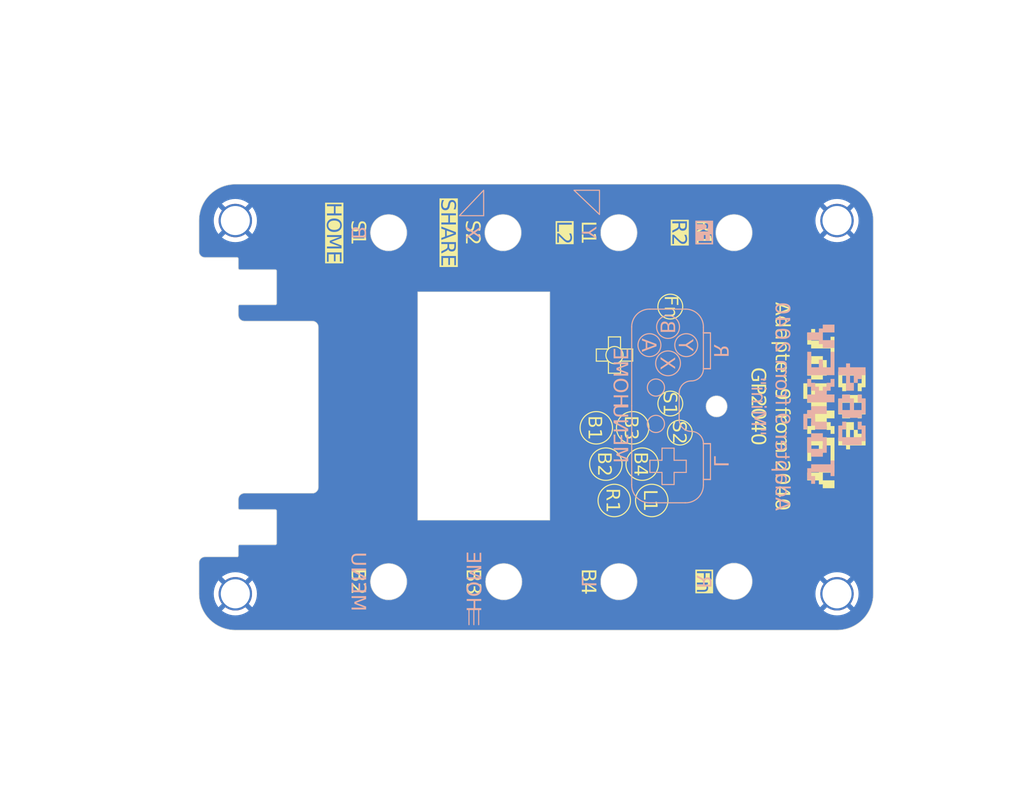
<source format=kicad_pcb>
(kicad_pcb (version 20240108) (generator "pcbnew") (generator_version "8.0")
  (layers (0 "F.Cu" signal) (31 "B.Cu" signal) (34 "B.Paste" user) (35 "F.Paste" user) (36 "B.SilkS" user "B.Silkscreen") (37 "F.SilkS" user "F.Silkscreen") (38 "B.Mask" user) (39 "F.Mask" user) (44 "Edge.Cuts" user))
  (net 0 "")
  (net 1 "GND")
  (footprint "mounting:M3_pin" (layer "F.Cu") (at 163.0925 98.679 -90)
    (property "Reference" "M1" (hide yes))
    (property "Value" "Mounting" (hide yes))
    (pad "1" thru_hole circle (at 0 0 270) (size 3.5 3.5) (drill 3.048) (layers "*.Cu" "*.Mask") (net 1 "GND"))
  )
  (footprint "mounting:M3_pin" (layer "F.Cu") (at 163.0925 137.795 -90)
    (property "Reference" "M2" (hide yes))
    (property "Value" "Mounting" (hide yes))
    (pad "1" thru_hole circle (at 0 0 270) (size 3.5 3.5) (drill 3.048) (layers "*.Cu" "*.Mask") (net 1 "GND"))
  )
  (footprint "mounting:M3_pin" (layer "F.Cu") (at 226.148 137.795 -90)
    (property "Reference" "M3" (hide yes))
    (property "Value" "Mounting" (hide yes))
    (pad "1" thru_hole circle (at 0 0 270) (size 3.5 3.5) (drill 3.048) (layers "*.Cu" "*.Mask") (net 1 "GND"))
  )
  (footprint "mounting:M3_pin" (layer "F.Cu") (at 226.148 98.679 -90)
    (property "Reference" "M4" (hide yes))
    (property "Value" "Mounting" (hide yes))
    (pad "1" thru_hole circle (at 0 0 270) (size 3.5 3.5) (drill 3.048) (layers "*.Cu" "*.Mask") (net 1 "GND"))
  )
  (footprint "logo:c64_joykey" (layer "F.Cu") (at 226.06 118.1565 -90)
    (property "Reference" "G***" (hide yes))
    (property "Value" "LOGO" (hide yes))
    (fp_poly (pts (xy 5.72072 0.584785) (xy 4.093493 0.584785) (xy 4.093493 1.398399) (xy 4.907107 1.398399) (xy 4.907107 1.805206) (xy 4.093493 1.805206) (xy 4.093493 2.618819) (xy 5.72072 2.618819) (xy 5.72072 3.025626) (xy 3.27988 3.025626) (xy 3.27988 0.177978) (xy 5.72072 0.177978) (xy 5.72072 0.584785)) (stroke (width 0.01)) (fill solid) (layer "F.SilkS"))
    (fp_poly (pts (xy 6.941141 1.398399) (xy 7.754754 1.398399) (xy 7.754754 0.177978) (xy 8.568368 0.177978) (xy 8.568368 1.398399) (xy 8.161561 1.398399) (xy 8.161561 1.805206) (xy 7.754754 1.805206) (xy 7.754754 3.025626) (xy 6.941141 3.025626) (xy 6.941141 1.805206) (xy 6.534334 1.805206) (xy 6.534334 1.398399) (xy 6.127527 1.398399) (xy 6.127527 0.177978) (xy 6.941141 0.177978) (xy 6.941141 1.398399)) (stroke (width 0.01)) (fill solid) (layer "F.SilkS"))
    (fp_poly (pts (xy -5.66987 0.584785) (xy -6.076677 0.584785) (xy -6.076677 2.618819) (xy -6.483484 2.618819) (xy -6.483484 3.025626) (xy -7.703904 3.025626) (xy -7.703904 2.618819) (xy -8.110711 2.618819) (xy -8.110711 2.212012) (xy -7.297097 2.212012) (xy -7.297097 2.618819) (xy -6.890291 2.618819) (xy -6.890291 0.584785) (xy -7.297097 0.584785) (xy -7.297097 0.177978) (xy -5.66987 0.177978) (xy -5.66987 0.584785)) (stroke (width 0.01)) (fill solid) (layer "F.SilkS"))
    (fp_poly (pts (xy -1.601802 2.212012) (xy -0.788189 2.212012) (xy -0.788189 0.991592) (xy 0.025425 0.991592) (xy 0.025425 2.618819) (xy -0.381382 2.618819) (xy -0.381382 3.025626) (xy -0.788189 3.025626) (xy -0.788189 3.432433) (xy -2.415416 3.432433) (xy -2.415416 3.025626) (xy -1.194995 3.025626) (xy -1.194995 2.618819) (xy -2.008609 2.618819) (xy -2.008609 2.212012) (xy -2.415416 2.212012) (xy -2.415416 0.991592) (xy -1.601802 0.991592) (xy -1.601802 2.212012)) (stroke (width 0.01)) (fill solid) (layer "F.SilkS"))
    (fp_poly (pts (xy -3.229029 1.398399) (xy -2.822223 1.398399) (xy -2.822223 2.618819) (xy -3.229029 2.618819) (xy -3.229029 3.025626) (xy -4.856257 3.025626) (xy -4.856257 2.618819) (xy -5.263063 2.618819) (xy -5.263063 1.398399) (xy -4.856257 1.398399) (xy -4.44945 1.398399) (xy -4.44945 2.618819) (xy -3.635836 2.618819) (xy -3.635836 1.398399) (xy -4.44945 1.398399) (xy -4.856257 1.398399) (xy -4.856257 0.991592) (xy -3.229029 0.991592) (xy -3.229029 1.398399)) (stroke (width 0.01)) (fill solid) (layer "F.SilkS"))
    (fp_poly (pts (xy 4.093493 -1.449249) (xy 4.5003 -1.449249) (xy 4.5003 -1.042442) (xy 4.093493 -1.042442) (xy 4.093493 -0.228829) (xy 3.27988 -0.228829) (xy 3.27988 -1.042442) (xy 1.652652 -1.042442) (xy 1.652652 -1.856056) (xy 2.466266 -1.856056) (xy 2.466266 -1.449249) (xy 3.27988 -1.449249) (xy 3.27988 -1.856056) (xy 2.466266 -1.856056) (xy 2.466266 -2.262863) (xy 2.873073 -2.262863) (xy 2.873073 -2.669669) (xy 3.27988 -2.669669) (xy 3.27988 -3.076476) (xy 4.093493 -3.076476) (xy 4.093493 -1.449249)) (stroke (width 0.01)) (fill solid) (layer "F.SilkS"))
    (fp_poly (pts (xy -2.008609 -2.669669) (xy -1.601802 -2.669669) (xy -1.601802 -2.262863) (xy -2.415416 -2.262863) (xy -2.415416 -2.669669) (xy -3.229029 -2.669669) (xy -3.229029 -0.635635) (xy -2.415416 -0.635635) (xy -2.415416 -1.042442) (xy -1.601802 -1.042442) (xy -1.601802 -0.635635) (xy -2.008609 -0.635635) (xy -2.008609 -0.228829) (xy -3.635836 -0.228829) (xy -3.635836 -0.635635) (xy -4.042643 -0.635635) (xy -4.042643 -2.669669) (xy -3.635836 -2.669669) (xy -3.635836 -3.076476) (xy -2.008609 -3.076476) (xy -2.008609 -2.669669)) (stroke (width 0.01)) (fill solid) (layer "F.SilkS"))
    (fp_poly (pts (xy 0.839039 -2.669669) (xy 1.245846 -2.669669) (xy 1.245846 -2.262863) (xy 0.432232 -2.262863) (xy 0.432232 -2.669669) (xy -0.381382 -2.669669) (xy -0.381382 -1.856056) (xy 0.839039 -1.856056) (xy 0.839039 -1.449249) (xy 1.245846 -1.449249) (xy 1.245846 -0.635635) (xy 0.839039 -0.635635) (xy 0.839039 -0.228829) (xy -0.788189 -0.228829) (xy -0.788189 -0.635635) (xy -1.194995 -0.635635) (xy -1.194995 -1.449249) (xy -0.381382 -1.449249) (xy -0.381382 -0.635635) (xy 0.432232 -0.635635) (xy 0.432232 -1.449249) (xy -0.381382 -1.449249) (xy -1.194995 -1.449249) (xy -1.194995 -2.669669) (xy -0.788189 -2.669669) (xy -0.788189 -3.076476) (xy 0.839039 -3.076476) (xy 0.839039 -2.669669)) (stroke (width 0.01)) (fill solid) (layer "F.SilkS"))
    (fp_poly (pts (xy 1.245846 0.991592) (xy 1.652652 0.991592) (xy 1.652652 0.584785) (xy 2.059459 0.584785) (xy 2.059459 0.177978) (xy 2.873073 0.177978) (xy 2.873073 0.584785) (xy 2.466266 0.584785) (xy 2.466266 0.991592) (xy 2.059459 0.991592) (xy 2.059459 1.398399) (xy 1.652652 1.398399) (xy 1.652652 1.805206) (xy 2.059459 1.805206) (xy 2.059459 2.212012) (xy 2.466266 2.212012) (xy 2.466266 2.618819) (xy 2.873073 2.618819) (xy 2.873073 3.025626) (xy 2.059459 3.025626) (xy 2.059459 2.618819) (xy 1.652652 2.618819) (xy 1.652652 2.212012) (xy 1.245846 2.212012) (xy 1.245846 3.025626) (xy 0.432232 3.025626) (xy 0.432232 0.177978) (xy 1.245846 0.177978) (xy 1.245846 0.991592)) (stroke (width 0.01)) (fill solid) (layer "F.SilkS"))
  )
  (footprint "logo:c64_joykey" (layer "B.Cu") (at 226.06 118.1565 90)
    (property "Reference" "G***" (hide yes))
    (property "Value" "LOGO" (hide yes))
    (fp_poly (pts (xy 5.72072 -0.584785) (xy 4.093493 -0.584785) (xy 4.093493 -1.398399) (xy 4.907107 -1.398399) (xy 4.907107 -1.805206) (xy 4.093493 -1.805206) (xy 4.093493 -2.618819) (xy 5.72072 -2.618819) (xy 5.72072 -3.025626) (xy 3.27988 -3.025626) (xy 3.27988 -0.177978) (xy 5.72072 -0.177978) (xy 5.72072 -0.584785)) (stroke (width 0.01)) (fill solid) (layer "B.SilkS"))
    (fp_poly (pts (xy 6.941141 -1.398399) (xy 7.754754 -1.398399) (xy 7.754754 -0.177978) (xy 8.568368 -0.177978) (xy 8.568368 -1.398399) (xy 8.161561 -1.398399) (xy 8.161561 -1.805206) (xy 7.754754 -1.805206) (xy 7.754754 -3.025626) (xy 6.941141 -3.025626) (xy 6.941141 -1.805206) (xy 6.534334 -1.805206) (xy 6.534334 -1.398399) (xy 6.127527 -1.398399) (xy 6.127527 -0.177978) (xy 6.941141 -0.177978) (xy 6.941141 -1.398399)) (stroke (width 0.01)) (fill solid) (layer "B.SilkS"))
    (fp_poly (pts (xy -5.66987 -0.584785) (xy -6.076677 -0.584785) (xy -6.076677 -2.618819) (xy -6.483484 -2.618819) (xy -6.483484 -3.025626) (xy -7.703904 -3.025626) (xy -7.703904 -2.618819) (xy -8.110711 -2.618819) (xy -8.110711 -2.212012) (xy -7.297097 -2.212012) (xy -7.297097 -2.618819) (xy -6.890291 -2.618819) (xy -6.890291 -0.584785) (xy -7.297097 -0.584785) (xy -7.297097 -0.177978) (xy -5.66987 -0.177978) (xy -5.66987 -0.584785)) (stroke (width 0.01)) (fill solid) (layer "B.SilkS"))
    (fp_poly (pts (xy -1.601802 -2.212012) (xy -0.788189 -2.212012) (xy -0.788189 -0.991592) (xy 0.025425 -0.991592) (xy 0.025425 -2.618819) (xy -0.381382 -2.618819) (xy -0.381382 -3.025626) (xy -0.788189 -3.025626) (xy -0.788189 -3.432433) (xy -2.415416 -3.432433) (xy -2.415416 -3.025626) (xy -1.194995 -3.025626) (xy -1.194995 -2.618819) (xy -2.008609 -2.618819) (xy -2.008609 -2.212012) (xy -2.415416 -2.212012) (xy -2.415416 -0.991592) (xy -1.601802 -0.991592) (xy -1.601802 -2.212012)) (stroke (width 0.01)) (fill solid) (layer "B.SilkS"))
    (fp_poly (pts (xy -3.229029 -1.398399) (xy -2.822223 -1.398399) (xy -2.822223 -2.618819) (xy -3.229029 -2.618819) (xy -3.229029 -3.025626) (xy -4.856257 -3.025626) (xy -4.856257 -2.618819) (xy -5.263063 -2.618819) (xy -5.263063 -1.398399) (xy -4.856257 -1.398399) (xy -4.44945 -1.398399) (xy -4.44945 -2.618819) (xy -3.635836 -2.618819) (xy -3.635836 -1.398399) (xy -4.44945 -1.398399) (xy -4.856257 -1.398399) (xy -4.856257 -0.991592) (xy -3.229029 -0.991592) (xy -3.229029 -1.398399)) (stroke (width 0.01)) (fill solid) (layer "B.SilkS"))
    (fp_poly (pts (xy 4.093493 1.449249) (xy 4.5003 1.449249) (xy 4.5003 1.042442) (xy 4.093493 1.042442) (xy 4.093493 0.228829) (xy 3.27988 0.228829) (xy 3.27988 1.042442) (xy 1.652652 1.042442) (xy 1.652652 1.856056) (xy 2.466266 1.856056) (xy 2.466266 1.449249) (xy 3.27988 1.449249) (xy 3.27988 1.856056) (xy 2.466266 1.856056) (xy 2.466266 2.262863) (xy 2.873073 2.262863) (xy 2.873073 2.669669) (xy 3.27988 2.669669) (xy 3.27988 3.076476) (xy 4.093493 3.076476) (xy 4.093493 1.449249)) (stroke (width 0.01)) (fill solid) (layer "B.SilkS"))
    (fp_poly (pts (xy -2.008609 2.669669) (xy -1.601802 2.669669) (xy -1.601802 2.262863) (xy -2.415416 2.262863) (xy -2.415416 2.669669) (xy -3.229029 2.669669) (xy -3.229029 0.635635) (xy -2.415416 0.635635) (xy -2.415416 1.042442) (xy -1.601802 1.042442) (xy -1.601802 0.635635) (xy -2.008609 0.635635) (xy -2.008609 0.228829) (xy -3.635836 0.228829) (xy -3.635836 0.635635) (xy -4.042643 0.635635) (xy -4.042643 2.669669) (xy -3.635836 2.669669) (xy -3.635836 3.076476) (xy -2.008609 3.076476) (xy -2.008609 2.669669)) (stroke (width 0.01)) (fill solid) (layer "B.SilkS"))
    (fp_poly (pts (xy 0.839039 2.669669) (xy 1.245846 2.669669) (xy 1.245846 2.262863) (xy 0.432232 2.262863) (xy 0.432232 2.669669) (xy -0.381382 2.669669) (xy -0.381382 1.856056) (xy 0.839039 1.856056) (xy 0.839039 1.449249) (xy 1.245846 1.449249) (xy 1.245846 0.635635) (xy 0.839039 0.635635) (xy 0.839039 0.228829) (xy -0.788189 0.228829) (xy -0.788189 0.635635) (xy -1.194995 0.635635) (xy -1.194995 1.449249) (xy -0.381382 1.449249) (xy -0.381382 0.635635) (xy 0.432232 0.635635) (xy 0.432232 1.449249) (xy -0.381382 1.449249) (xy -1.194995 1.449249) (xy -1.194995 2.669669) (xy -0.788189 2.669669) (xy -0.788189 3.076476) (xy 0.839039 3.076476) (xy 0.839039 2.669669)) (stroke (width 0.01)) (fill solid) (layer "B.SilkS"))
    (fp_poly (pts (xy 1.245846 -0.991592) (xy 1.652652 -0.991592) (xy 1.652652 -0.584785) (xy 2.059459 -0.584785) (xy 2.059459 -0.177978) (xy 2.873073 -0.177978) (xy 2.873073 -0.584785) (xy 2.466266 -0.584785) (xy 2.466266 -0.991592) (xy 2.059459 -0.991592) (xy 2.059459 -1.398399) (xy 1.652652 -1.398399) (xy 1.652652 -1.805206) (xy 2.059459 -1.805206) (xy 2.059459 -2.212012) (xy 2.466266 -2.212012) (xy 2.466266 -2.618819) (xy 2.873073 -2.618819) (xy 2.873073 -3.025626) (xy 2.059459 -3.025626) (xy 2.059459 -2.618819) (xy 1.652652 -2.618819) (xy 1.652652 -2.212012) (xy 1.245846 -2.212012) (xy 1.245846 -3.025626) (xy 0.432232 -3.025626) (xy 0.432232 -0.177978) (xy 1.245846 -0.177978) (xy 1.245846 -0.991592)) (stroke (width 0.01)) (fill solid) (layer "B.SilkS"))
  )
  (gr_rect (start 209.077575 123.80175) (end 210.347575 123.80175) (stroke (width 0.12)) (fill none) (layer "B.SilkS"))
  (gr_line (start 206.490522 128.257101) (end 210.241575 128.256548) (stroke (width 0.12)) (layer "B.SilkS"))
  (gr_line (start 209.605979 116.756654) (end 209.604873 119.507548) (stroke (width 0.12)) (layer "B.SilkS"))
  (gr_rect (start 206.537575 125.07175) (end 207.807575 125.07175) (stroke (width 0.12)) (fill none) (layer "B.SilkS"))
  (gr_circle (center 210.347575 111.73675) (end 211.547575 111.73675) (stroke (width 0.12)) (fill none) (layer "B.SilkS"))
  (gr_line (start 204.632575 118.08675) (end 204.632575 109.82025) (stroke (width 0.12)) (layer "B.SilkS"))
  (gr_line (start 187.579 141.0335) (end 187.579 139.3825) (stroke (width 0.12)) (layer "B.SilkS"))
  (gr_circle (center 207.170575 119.99175) (end 207.805575 119.35675) (stroke (width 0.12)) (fill none) (layer "B.SilkS"))
  (gr_arc (start 209.605979 116.756654) (mid 209.977953 115.858628) (end 210.875979 115.486654) (stroke (width 0.12)) (layer "B.SilkS"))
  (gr_line (start 204.632575 118.08675) (end 204.632575 126.35325) (stroke (width 0.12)) (layer "B.SilkS"))
  (gr_rect (start 212.144873 122.047548) (end 212.887575 122.072948) (stroke (width 0.12)) (fill none) (layer "B.SilkS"))
  (gr_line (start 212.887575 110.465601) (end 212.888128 114.216654) (stroke (width 0.12)) (layer "B.SilkS"))
  (gr_rect (start 207.807575 122.53175) (end 209.077575 122.53175) (stroke (width 0.12)) (fill none) (layer "B.SilkS"))
  (gr_line (start 212.145426 110.440201) (end 212.145426 109.865601) (stroke (width 0.12)) (layer "B.SilkS"))
  (gr_arc (start 210.874873 120.777548) (mid 211.772899 121.149522) (end 212.144873 122.047548) (stroke (width 0.12)) (layer "B.SilkS"))
  (gr_line (start 212.887022 122.072948) (end 212.887575 125.824001) (stroke (width 0.12)) (layer "B.SilkS"))
  (gr_rect (start 212.145426 125.798601) (end 212.887575 125.824001) (stroke (width 0.12)) (fill none) (layer "B.SilkS"))
  (gr_rect (start 209.077575 125.07175) (end 210.347575 125.07175) (stroke (width 0.12)) (fill none) (layer "B.SilkS"))
  (gr_rect (start 207.807575 122.53175) (end 207.807575 123.80175) (stroke (width 0.12)) (fill none) (layer "B.SilkS"))
  (gr_rect (start 207.807575 125.07175) (end 207.807575 126.34175) (stroke (width 0.12)) (fill none) (layer "B.SilkS"))
  (gr_rect (start 212.145979 114.191254) (end 212.888128 114.216654) (stroke (width 0.12)) (fill none) (layer "B.SilkS"))
  (gr_rect (start 210.347575 123.80175) (end 210.347575 125.07175) (stroke (width 0.12)) (fill none) (layer "B.SilkS"))
  (gr_rect (start 206.537575 123.80175) (end 206.537575 125.07175) (stroke (width 0.12)) (fill none) (layer "B.SilkS"))
  (gr_arc (start 206.490522 128.257101) (mid 205.160412 127.696634) (end 204.632575 126.35325) (stroke (width 0.12)) (layer "B.SilkS"))
  (gr_arc (start 210.874873 120.777548) (mid 209.976847 120.405574) (end 209.604873 119.507548) (stroke (width 0.12)) (layer "B.SilkS"))
  (gr_line (start 188.595 141.0335) (end 188.595 139.3825) (stroke (width 0.12)) (layer "B.SilkS"))
  (gr_arc (start 212.145426 126.398601) (mid 211.584952 127.728705) (end 210.241575 128.256548) (stroke (width 0.12)) (layer "B.SilkS"))
  (gr_circle (center 208.442575 109.83175) (end 209.642575 109.83175) (stroke (width 0.12)) (fill none) (layer "B.SilkS"))
  (gr_arc (start 210.287479 107.96175) (mid 211.617606 108.522215) (end 212.145426 109.865601) (stroke (width 0.12)) (layer "B.SilkS"))
  (gr_rect (start 206.537575 123.80175) (end 207.807575 123.80175) (stroke (width 0.12)) (fill none) (layer "B.SilkS"))
  (gr_line (start 188.087 141.0335) (end 188.087 139.3825) (stroke (width 0.12)) (layer "B.SilkS"))
  (gr_circle (center 206.491075 111.73675) (end 207.691075 111.73675) (stroke (width 0.12)) (fill none) (layer "B.SilkS"))
  (gr_arc (start 212.145979 114.216654) (mid 211.774005 115.11468) (end 210.875979 115.486654) (stroke (width 0.12)) (layer "B.SilkS"))
  (gr_circle (center 207.172575 116.18175) (end 208.0706 116.18175) (stroke (width 0.12)) (fill none) (layer "B.SilkS"))
  (gr_poly (pts (xy 186.576 98.171) (xy 189.116 98.171) (xy 189.116 95.504)) (stroke (width 0.12)) (fill none) (layer "B.SilkS"))
  (gr_arc (start 204.632575 109.82025) (mid 205.193066 108.490178) (end 206.536426 107.962303) (stroke (width 0.12)) (layer "B.SilkS"))
  (gr_line (start 206.536426 107.962303) (end 210.287479 107.96175) (stroke (width 0.12)) (layer "B.SilkS"))
  (gr_circle (center 208.442575 113.64175) (end 209.742575 113.64175) (stroke (width 0.12)) (fill none) (layer "B.SilkS"))
  (gr_rect (start 207.807575 126.34175) (end 209.077575 126.34175) (stroke (width 0.12)) (fill none) (layer "B.SilkS"))
  (gr_line (start 212.145426 110.440201) (end 212.145979 114.191254) (stroke (width 0.12)) (layer "B.SilkS"))
  (gr_rect (start 209.077575 122.53175) (end 209.077575 123.80175) (stroke (width 0.12)) (fill none) (layer "B.SilkS"))
  (gr_line (start 212.144873 122.047548) (end 212.145426 125.798601) (stroke (width 0.12)) (layer "B.SilkS"))
  (gr_rect (start 212.145426 110.440201) (end 212.888128 110.465601) (stroke (width 0.12)) (fill none) (layer "B.SilkS"))
  (gr_line (start 212.145426 125.798601) (end 212.145426 126.398601) (stroke (width 0.12)) (layer "B.SilkS"))
  (gr_poly (pts (xy 201.256 98.044) (xy 201.256 95.504) (xy 198.589 95.504)) (stroke (width 0.12)) (fill none) (layer "B.SilkS"))
  (gr_rect (start 209.077575 125.07175) (end 209.077575 126.34175) (stroke (width 0.12)) (fill none) (layer "B.SilkS"))
  (gr_circle (center 201.923025 124.206) (end 203.623025 124.206) (stroke (width 0.12)) (fill none) (layer "F.SilkS"))
  (gr_rect (start 202.193025 114.681) (end 203.463025 114.681) (stroke (width 0.12)) (fill none) (layer "F.SilkS"))
  (gr_circle (center 208.678025 117.856) (end 209.978025 117.856) (stroke (width 0.12)) (fill none) (layer "F.SilkS"))
  (gr_circle (center 206.733025 128.016) (end 208.433025 128.016) (stroke (width 0.12)) (fill none) (layer "F.SilkS"))
  (gr_circle (center 204.733025 120.396) (end 206.433025 120.396) (stroke (width 0.12)) (fill none) (layer "F.SilkS"))
  (gr_rect (start 203.463025 113.411) (end 203.463025 114.681) (stroke (width 0.12)) (fill none) (layer "F.SilkS"))
  (gr_rect (start 204.733025 112.141) (end 204.733025 113.411) (stroke (width 0.12)) (fill none) (layer "F.SilkS"))
  (gr_rect (start 203.463025 110.871) (end 203.463025 112.141) (stroke (width 0.12)) (fill none) (layer "F.SilkS"))
  (gr_circle (center 205.733025 124.206) (end 207.433025 124.206) (stroke (width 0.12)) (fill none) (layer "F.SilkS"))
  (gr_circle (center 209.678025 120.904) (end 210.978025 120.904) (stroke (width 0.12)) (fill none) (layer "F.SilkS"))
  (gr_rect (start 200.923025 113.411) (end 202.193025 113.411) (stroke (width 0.12)) (fill none) (layer "F.SilkS"))
  (gr_circle (center 202.80495 128.016) (end 204.50495 128.016) (stroke (width 0.12)) (fill none) (layer "F.SilkS"))
  (gr_rect (start 203.463025 112.141) (end 204.733025 112.141) (stroke (width 0.12)) (fill none) (layer "F.SilkS"))
  (gr_rect (start 202.193025 113.411) (end 202.193025 114.681) (stroke (width 0.12)) (fill none) (layer "F.SilkS"))
  (gr_rect (start 202.193025 110.871) (end 203.463025 110.871) (stroke (width 0.12)) (fill none) (layer "F.SilkS"))
  (gr_rect (start 200.923025 112.141) (end 200.923025 113.411) (stroke (width 0.12)) (fill none) (layer "F.SilkS"))
  (gr_circle (center 208.678025 107.696) (end 209.978025 107.696) (stroke (width 0.12)) (fill none) (layer "F.SilkS"))
  (gr_circle (center 200.923025 120.396) (end 202.623025 120.396) (stroke (width 0.12)) (fill none) (layer "F.SilkS"))
  (gr_rect (start 200.923025 112.141) (end 202.193025 112.141) (stroke (width 0.12)) (fill none) (layer "F.SilkS"))
  (gr_rect (start 202.193025 110.871) (end 202.193025 112.141) (stroke (width 0.12)) (fill none) (layer "F.SilkS"))
  (gr_rect (start 203.463025 113.411) (end 204.733025 113.411) (stroke (width 0.12)) (fill none) (layer "F.SilkS"))
  (gr_circle (center 202.828025 112.776) (end 203.463025 113.411) (stroke (width 0.12)) (fill none) (layer "F.SilkS"))
  (gr_arc (start 163.537 128.9685) (mid 163.447197 128.931303) (end 163.41 128.8415) (stroke (width 0.05)) (layer "Edge.Cuts"))
  (gr_circle (center 191.148 99.949) (end 193.048 99.949) (stroke (width 0.05)) (fill none) (layer "Edge.Cuts"))
  (gr_arc (start 167.4105 132.5245) (mid 167.373303 132.614303) (end 167.2835 132.6515) (stroke (width 0.05)) (layer "Edge.Cuts"))
  (gr_circle (center 215.353 99.949) (end 217.253 99.949) (stroke (width 0.05)) (fill none) (layer "Edge.Cuts"))
  (gr_line (start 163.41 102.6795) (end 163.41 103.6955) (stroke (width 0.05)) (layer "Edge.Cuts"))
  (gr_arc (start 163.41 127.889) (mid 163.595987 127.439987) (end 164.045 127.254) (stroke (width 0.05)) (layer "Edge.Cuts"))
  (gr_line (start 163.537 132.6515) (end 167.2835 132.6515) (stroke (width 0.05)) (layer "Edge.Cuts"))
  (gr_circle (center 203.288 99.949) (end 205.188 99.949) (stroke (width 0.05)) (fill none) (layer "Edge.Cuts"))
  (gr_line (start 167.4105 103.9495) (end 167.4105 107.3785) (stroke (width 0.05)) (layer "Edge.Cuts"))
  (gr_line (start 171.792 109.855) (end 171.792 126.619) (stroke (width 0.05)) (layer "Edge.Cuts"))
  (gr_circle (center 203.288 136.525) (end 205.188 136.525) (stroke (width 0.05)) (fill none) (layer "Edge.Cuts"))
  (gr_line (start 196.05 130.075) (end 182.205 130.075) (stroke (width 0.05)) (layer "Edge.Cuts"))
  (gr_line (start 163.537 128.9685) (end 167.2835 128.9685) (stroke (width 0.05)) (layer "Edge.Cuts"))
  (gr_line (start 226.148 141.605) (end 163.0925 141.605) (stroke (width 0.05)) (layer "Edge.Cuts"))
  (gr_arc (start 163.537 103.8225) (mid 163.447197 103.785303) (end 163.41 103.6955) (stroke (width 0.05)) (layer "Edge.Cuts"))
  (gr_line (start 167.4105 129.0955) (end 167.4105 132.5245) (stroke (width 0.05)) (layer "Edge.Cuts"))
  (gr_arc (start 163.41 132.7785) (mid 163.447197 132.688697) (end 163.537 132.6515) (stroke (width 0.05)) (layer "Edge.Cuts"))
  (gr_arc (start 226.148 94.869) (mid 228.842077 95.984923) (end 229.958 98.679) (stroke (width 0.05)) (layer "Edge.Cuts"))
  (gr_arc (start 159.2825 98.679) (mid 160.398423 95.984923) (end 163.0925 94.869) (stroke (width 0.05)) (layer "Edge.Cuts"))
  (gr_arc (start 229.958 137.795) (mid 228.842077 140.489077) (end 226.148 141.605) (stroke (width 0.05)) (layer "Edge.Cuts"))
  (gr_arc (start 163.283 102.5525) (mid 163.372803 102.589697) (end 163.41 102.6795) (stroke (width 0.05)) (layer "Edge.Cuts"))
  (gr_line (start 182.205 130.075) (end 182.205 106.145) (stroke (width 0.05)) (layer "Edge.Cuts"))
  (gr_line (start 171.157 127.254) (end 164.045 127.254) (stroke (width 0.05)) (layer "Edge.Cuts"))
  (gr_arc (start 164.045 109.22) (mid 163.595987 109.034013) (end 163.41 108.585) (stroke (width 0.05)) (layer "Edge.Cuts"))
  (gr_line (start 159.2825 134.5565) (end 159.2825 137.795) (stroke (width 0.05)) (layer "Edge.Cuts"))
  (gr_line (start 229.958 124.4765) (end 229.958 134.5565) (stroke (width 0.05)) (layer "Edge.Cuts"))
  (gr_arc (start 171.792 126.619) (mid 171.606013 127.068013) (end 171.157 127.254) (stroke (width 0.05)) (layer "Edge.Cuts"))
  (gr_arc (start 167.2835 103.8225) (mid 167.373303 103.859697) (end 167.4105 103.9495) (stroke (width 0.05)) (layer "Edge.Cuts"))
  (gr_line (start 163.41 108.585) (end 163.41 107.6325) (stroke (width 0.05)) (layer "Edge.Cuts"))
  (gr_circle (center 213.528 118.1565) (end 214.628 118.1565) (stroke (width 0.05)) (fill none) (layer "Edge.Cuts"))
  (gr_line (start 171.157 109.22) (end 164.045 109.22) (stroke (width 0.05)) (layer "Edge.Cuts"))
  (gr_arc (start 163.41 133.7945) (mid 163.372803 133.884303) (end 163.283 133.9215) (stroke (width 0.05)) (layer "Edge.Cuts"))
  (gr_arc (start 159.2825 134.5565) (mid 159.468487 134.107487) (end 159.9175 133.9215) (stroke (width 0.05)) (layer "Edge.Cuts"))
  (gr_line (start 163.537 103.8225) (end 167.2835 103.8225) (stroke (width 0.05)) (layer "Edge.Cuts"))
  (gr_circle (center 191.223 136.525) (end 193.123 136.525) (stroke (width 0.05)) (fill none) (layer "Edge.Cuts"))
  (gr_arc (start 167.2835 128.9685) (mid 167.373303 129.005697) (end 167.4105 129.0955) (stroke (width 0.05)) (layer "Edge.Cuts"))
  (gr_line (start 229.958 98.679) (end 229.958 124.4765) (stroke (width 0.05)) (layer "Edge.Cuts"))
  (gr_line (start 163.537 107.5055) (end 167.2835 107.5055) (stroke (width 0.05)) (layer "Edge.Cuts"))
  (gr_arc (start 159.9175 102.5525) (mid 159.468487 102.366513) (end 159.2825 101.9175) (stroke (width 0.05)) (layer "Edge.Cuts"))
  (gr_circle (center 179.158 136.525) (end 181.058 136.525) (stroke (width 0.05)) (fill none) (layer "Edge.Cuts"))
  (gr_line (start 182.205 106.145) (end 196.05 106.145) (stroke (width 0.05)) (layer "Edge.Cuts"))
  (gr_line (start 163.283 102.5525) (end 159.9175 102.5525) (stroke (width 0.05)) (layer "Edge.Cuts"))
  (gr_arc (start 171.157 109.22) (mid 171.606013 109.405987) (end 171.792 109.855) (stroke (width 0.05)) (layer "Edge.Cuts"))
  (gr_line (start 163.0925 94.869) (end 226.148 94.869) (stroke (width 0.05)) (layer "Edge.Cuts"))
  (gr_circle (center 215.353 136.489) (end 217.253 136.489) (stroke (width 0.05)) (fill none) (layer "Edge.Cuts"))
  (gr_line (start 196.05 106.145) (end 196.05 130.075) (stroke (width 0.05)) (layer "Edge.Cuts"))
  (gr_arc (start 163.41 107.6325) (mid 163.447197 107.542697) (end 163.537 107.5055) (stroke (width 0.05)) (layer "Edge.Cuts"))
  (gr_line (start 229.958 134.5565) (end 229.958 137.795) (stroke (width 0.05)) (layer "Edge.Cuts"))
  (gr_line (start 163.41 128.8415) (end 163.41 127.889) (stroke (width 0.05)) (layer "Edge.Cuts"))
  (gr_circle (center 179.158 99.949) (end 181.058 99.949) (stroke (width 0.05)) (fill none) (layer "Edge.Cuts"))
  (gr_line (start 163.41 132.7785) (end 163.41 133.7945) (stroke (width 0.05)) (layer "Edge.Cuts"))
  (gr_arc (start 163.0925 141.605) (mid 160.398423 140.489077) (end 159.2825 137.795) (stroke (width 0.05)) (layer "Edge.Cuts"))
  (gr_line (start 163.283 133.9215) (end 159.9175 133.9215) (stroke (width 0.05)) (layer "Edge.Cuts"))
  (gr_arc (start 167.4105 107.3785) (mid 167.373303 107.468303) (end 167.2835 107.5055) (stroke (width 0.05)) (layer "Edge.Cuts"))
  (gr_line (start 159.2825 101.9175) (end 159.2825 98.679) (stroke (width 0.05)) (layer "Edge.Cuts"))
  (gr_text "Y" (at 200.025 99.949 270) (layer "B.SilkS") (effects (font (size 1.5 1.5) (thickness 0.1)) (justify mirror)))
  (gr_text "B" (at 175.895 99.949 270) (layer "B.SilkS") (effects (font (size 1.5 1.5) (thickness 0.1)) (justify mirror)))
  (gr_text "MENU" (at 203.362575 120.99175 -90) (layer "B.SilkS") (effects (font (size 1.5 1.5) (thickness 0.1)) (justify mirror)))
  (gr_text "X" (at 208.28 113.64175 -90) (layer "B.SilkS") (effects (font (size 1.5 1.5) (thickness 0.1)) (justify mirror)))
  (gr_text "Y" (at 210.185 111.73675 -90) (layer "B.SilkS") (effects (font (size 1.5 1.5) (thickness 0.1)) (justify mirror)))
  (gr_text "A" (at 206.3285 111.73675 -90) (layer "B.SilkS") (effects (font (size 1.5 1.5) (thickness 0.1)) (justify mirror)))
  (gr_text "R" (at 212.09 136.525 -90) (layer "B.SilkS") (effects (font (size 1.5 1.5) (thickness 0.1)) (justify mirror)))
  (gr_text "R" (at 213.887851 112.341127 -90) (layer "B.SilkS") (effects (font (size 1.5 1.5) (thickness 0.1)) (justify mirror)))
  (gr_text "L" (at 213.887298 123.948474 -90) (layer "B.SilkS") (effects (font (size 1.5 1.5) (thickness 0.1)) (justify mirror)))
  (gr_text "MENU" (at 175.895 136.525 270) (layer "B.SilkS") (effects (font (size 1.5 1.5) (thickness 0.1)) (justify mirror)))
  (gr_text "Fn" (at 212.09 99.949 270) (layer "B.SilkS" knockout) (effects (font (size 1.5 1.5) (thickness 0.1)) (justify mirror)))
  (gr_text "X" (at 187.885 99.949 270) (layer "B.SilkS") (effects (font (size 1.5 1.5) (thickness 0.1)) (justify mirror)))
  (gr_text "Adapter 9 from 2040\n{dblquote}Mini{dblquote}" (at 219.075 118.1565 270) (layer "B.SilkS") (effects (font (size 1.5 1.5) (thickness 0.1)) (justify mirror)))
  (gr_text "HOME" (at 203.362575 115.18175 -90) (layer "B.SilkS") (effects (font (size 1.5 1.5) (thickness 0.1)) (justify mirror)))
  (gr_text "L" (at 200.024968 136.525 -90) (layer "B.SilkS") (effects (font (size 1.5 1.5) (thickness 0.1)) (justify mirror)))
  (gr_text "HOME" (at 187.96 136.525 270) (layer "B.SilkS") (effects (font (size 1.5 1.5) (thickness 0.1)) (justify mirror)))
  (gr_text "B" (at 208.28 109.83175 -90) (layer "B.SilkS") (effects (font (size 1.5 1.5) (thickness 0.1)) (justify mirror)))
  (gr_text "Fn" (at 208.678025 107.696 -90) (layer "F.SilkS") (effects (font (size 1.4 1.4) (thickness 0.1))))
  (gr_text "R1" (at 212.09 99.949 -90) (layer "F.SilkS") (effects (font (size 1.5 1.5) (thickness 0.1))))
  (gr_text "B3" (at 187.96 136.525 -90) (layer "F.SilkS") (effects (font (size 1.5 1.5) (thickness 0.1))))
  (gr_text "L2" (at 197.447 99.949 -90) (layer "F.SilkS" knockout) (effects (font (size 1.5 1.5) (thickness 0.1))))
  (gr_text "S2" (at 209.542746 120.898483 -90) (layer "F.SilkS") (effects (font (size 1.4 1.4) (thickness 0.1))))
  (gr_text "S1" (at 208.567511 117.856 -90) (layer "F.SilkS") (effects (font (size 1.4 1.4) (thickness 0.1))))
  (gr_text "R2" (at 209.512 99.949 -90) (layer "F.SilkS" knockout) (effects (font (size 1.5 1.5) (thickness 0.1))))
  (gr_text "B4" (at 200.025 136.525 -90) (layer "F.SilkS") (effects (font (size 1.5 1.5) (thickness 0.1))))
  (gr_text "B2" (at 175.895 136.525 -90) (layer "F.SilkS") (effects (font (size 1.5 1.5) (thickness 0.1))))
  (gr_text "R1" (at 202.573925 128.016 270) (layer "F.SilkS") (effects (font (size 1.4 1.4) (thickness 0.1))))
  (gr_text "B2" (at 201.692 124.206 -90) (layer "F.SilkS") (effects (font (size 1.4 1.4) (thickness 0.1))))
  (gr_text "S1" (at 175.895 99.949 -90) (layer "F.SilkS") (effects (font (size 1.5 1.5) (thickness 0.1))))
  (gr_text "Fn" (at 212.09 136.489 270) (layer "F.SilkS" knockout) (effects (font (size 1.5 1.5) (thickness 0.1))))
  (gr_text "SHARE" (at 185.307 99.949 -90) (layer "F.SilkS" knockout) (effects (font (size 1.5 1.5) (thickness 0.1))))
  (gr_text "HOME" (at 173.317 99.949 -90) (layer "F.SilkS" knockout) (effects (font (size 1.5 1.5) (thickness 0.1))))
  (gr_text "Adapter 9 from 2040\nGP2040" (at 219.075 118.1565 270) (layer "F.SilkS") (effects (font (size 1.5 1.5) (thickness 0.1))))
  (gr_text "B4" (at 205.502 124.206 -90) (layer "F.SilkS") (effects (font (size 1.4 1.4) (thickness 0.1))))
  (gr_text "S2" (at 187.885 99.949 -90) (layer "F.SilkS") (effects (font (size 1.5 1.5) (thickness 0.1))))
  (gr_text "L1" (at 206.502 128.016 270) (layer "F.SilkS") (effects (font (size 1.4 1.4) (thickness 0.1))))
  (gr_text "B1" (at 200.692 120.396 -90) (layer "F.SilkS") (effects (font (size 1.4 1.4) (thickness 0.1))))
  (gr_text "L1" (at 200.025 99.949 -90) (layer "F.SilkS") (effects (font (size 1.5 1.5) (thickness 0.1))))
  (gr_text "B3" (at 204.502 120.396 -90) (layer "F.SilkS") (effects (font (size 1.4 1.4) (thickness 0.1))))
  (zone (net 1) (net_name "GND") (layer "B.Cu") (connect_pads (clearance 0.508)) (min_thickness 0.254) (fill yes (thermal_gap 0.508) (thermal_bridge_width 0.508))
    (polygon (pts (xy 245.745 160.02) (xy 138.43 160.02) (xy 138.43 75.565) (xy 245.745 75.565)))
  )
)
</source>
